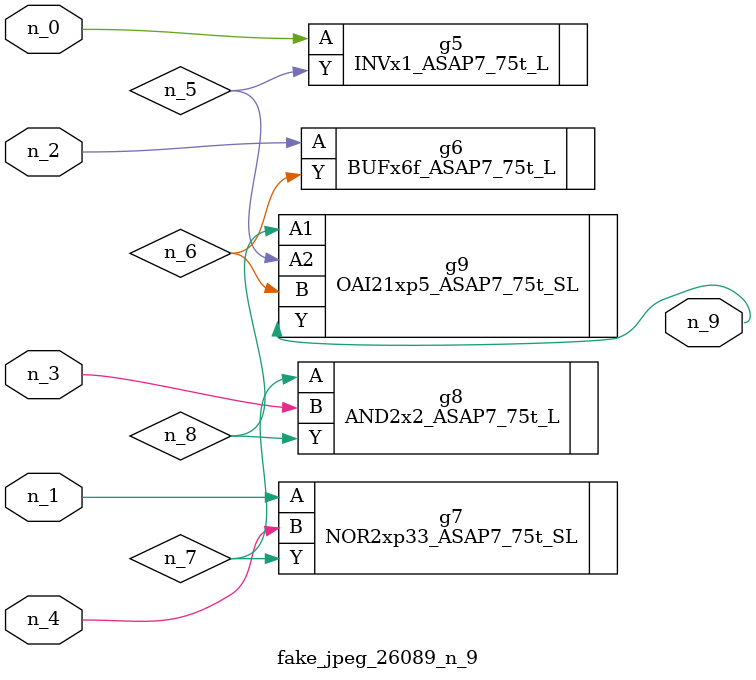
<source format=v>
module fake_jpeg_26089_n_9 (n_3, n_2, n_1, n_0, n_4, n_9);

input n_3;
input n_2;
input n_1;
input n_0;
input n_4;

output n_9;

wire n_8;
wire n_6;
wire n_5;
wire n_7;

INVx1_ASAP7_75t_L g5 ( 
.A(n_0),
.Y(n_5)
);

BUFx6f_ASAP7_75t_L g6 ( 
.A(n_2),
.Y(n_6)
);

NOR2xp33_ASAP7_75t_SL g7 ( 
.A(n_1),
.B(n_4),
.Y(n_7)
);

AND2x2_ASAP7_75t_L g8 ( 
.A(n_7),
.B(n_3),
.Y(n_8)
);

OAI21xp5_ASAP7_75t_SL g9 ( 
.A1(n_8),
.A2(n_5),
.B(n_6),
.Y(n_9)
);


endmodule
</source>
